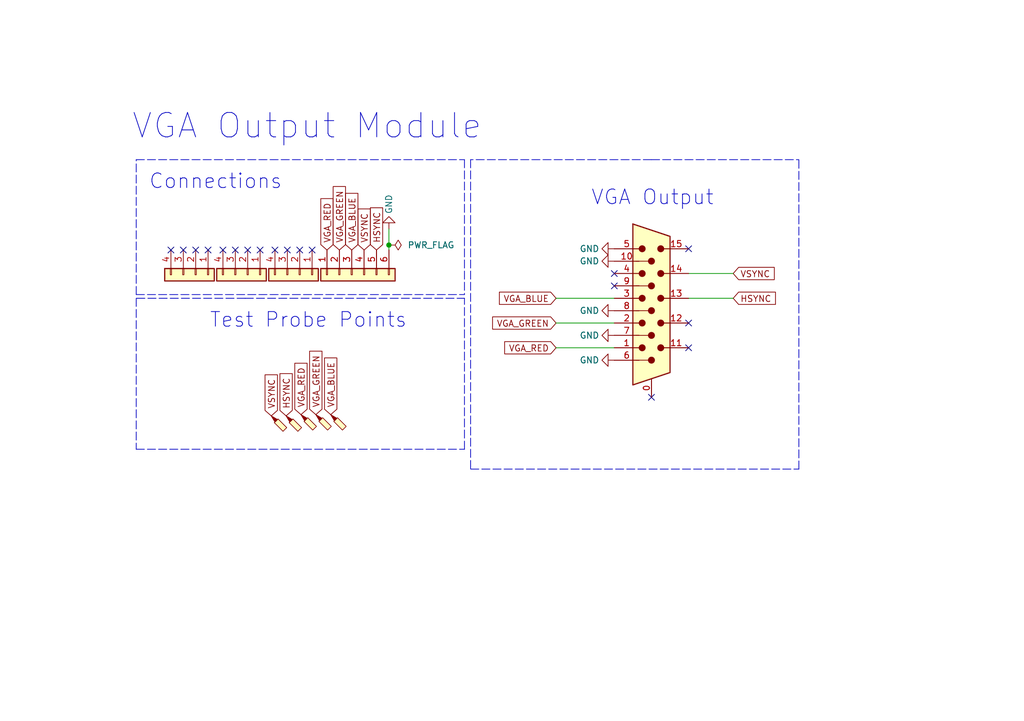
<source format=kicad_sch>
(kicad_sch (version 20211123) (generator eeschema)
  (paper "A5")
  (lib_symbols
    (symbol "Connector:DB15_Male_HighDensity_MountingHoles" (pin_names (offset 1.016) hide)
      (property "Reference" "J" (at 0 21.59 0))
      (property "Value" "DB15_Male_HighDensity_MountingHoles" (at 0 19.05 0))
      (symbol "DB15_Male_HighDensity_MountingHoles_0_1"
        (circle (center -1.905 -7.62) (radius 0.635) (fill (type outline)))
        (circle (center -1.905 -2.54) (radius 0.635) (fill (type outline)))
        (circle (center -1.905 2.54) (radius 0.635) (fill (type outline)))
        (circle (center -1.905 7.62) (radius 0.635) (fill (type outline)))
        (circle (center -1.905 12.7) (radius 0.635) (fill (type outline)))
        (circle (center 0 -10.16) (radius 0.635) (fill (type outline)))
        (circle (center 0 -5.08) (radius 0.635) (fill (type outline)))
        (polyline (pts (xy -3.175 -5.08) (xy -0.635 -5.08)))
        (polyline (pts (xy -0.635 -10.16) (xy -3.175 -10.16)))
        (polyline (pts (xy -0.635 0) (xy -3.175 0)))
        (polyline (pts (xy -0.635 5.08) (xy -3.175 5.08)))
        (polyline (pts (xy -0.635 10.16) (xy -3.175 10.16)))
        (polyline (pts (xy -3.81 17.78) (xy -3.81 -15.24) (xy 3.81 -12.7) (xy 3.81 15.24) (xy -3.81 17.78)) (stroke (width 0.254)) (fill (type background)))
        (circle (center 0 0) (radius 0.635) (fill (type outline)))
        (circle (center 0 5.08) (radius 0.635) (fill (type outline)))
        (circle (center 0 10.16) (radius 0.635) (fill (type outline)))
        (circle (center 1.905 -7.62) (radius 0.635) (fill (type outline)))
        (circle (center 1.905 -2.54) (radius 0.635) (fill (type outline)))
        (circle (center 1.905 2.54) (radius 0.635) (fill (type outline)))
        (circle (center 1.905 7.62) (radius 0.635) (fill (type outline)))
        (circle (center 1.905 12.7) (radius 0.635) (fill (type outline)))
      )
      (symbol "DB15_Male_HighDensity_MountingHoles_1_1"
        (pin passive line (at 0 -17.78 90) (length 3.81) (name "~") (number "0"))
        (pin passive line (at -7.62 -7.62 0) (length 5.08) (name "~") (number "1"))
        (pin passive line (at -7.62 10.16 0) (length 5.08) (name "~") (number "10"))
        (pin passive line (at 7.62 -7.62 180) (length 5.08) (name "~") (number "11"))
        (pin passive line (at 7.62 -2.54 180) (length 5.08) (name "~") (number "12"))
        (pin passive line (at 7.62 2.54 180) (length 5.08) (name "~") (number "13"))
        (pin passive line (at 7.62 7.62 180) (length 5.08) (name "~") (number "14"))
        (pin passive line (at 7.62 12.7 180) (length 5.08) (name "~") (number "15"))
        (pin passive line (at -7.62 -2.54 0) (length 5.08) (name "~") (number "2"))
        (pin passive line (at -7.62 2.54 0) (length 5.08) (name "~") (number "3"))
        (pin passive line (at -7.62 7.62 0) (length 5.08) (name "~") (number "4"))
        (pin passive line (at -7.62 12.7 0) (length 5.08) (name "~") (number "5"))
        (pin passive line (at -7.62 -10.16 0) (length 5.08) (name "~") (number "6"))
        (pin passive line (at -7.62 -5.08 0) (length 5.08) (name "~") (number "7"))
        (pin passive line (at -7.62 0 0) (length 5.08) (name "~") (number "8"))
        (pin passive line (at -7.62 5.08 0) (length 5.08) (name "~") (number "9"))
      )
    )
    (symbol "Connector:TestPoint_Probe" (pin_numbers hide) (pin_names (offset 0.762) hide)
      (property "Reference" "TP" (at 1.651 5.842 0))
      (property "Value" "TestPoint_Probe" (at 1.651 4.064 0))
      (symbol "TestPoint_Probe_0_1"
        (polyline (pts (xy 1.27 0.762) (xy 0 0) (xy 0.762 1.27) (xy 1.27 0.762)) (fill (type outline)))
        (polyline (pts (xy 1.397 0.635) (xy 0.635 1.397) (xy 2.413 3.175) (xy 3.175 2.413) (xy 1.397 0.635)) (fill (type background)))
      )
      (symbol "TestPoint_Probe_1_1"
        (pin passive line (at 0 0 90) (length 0) (name "1") (number "1"))
      )
    )
    (symbol "Connector_Generic:Conn_01x04" (pin_names (offset 1.016) hide)
      (property "Reference" "J" (at 0 5.08 0))
      (property "Value" "Conn_01x04" (at 0 -7.62 0))
      (symbol "Conn_01x04_1_1"
        (rectangle (start -1.27 -4.953) (end 0 -5.207) (stroke (width 0.1524)))
        (rectangle (start -1.27 -2.413) (end 0 -2.667) (stroke (width 0.1524)))
        (rectangle (start -1.27 0.127) (end 0 -0.127) (stroke (width 0.1524)))
        (rectangle (start -1.27 2.667) (end 0 2.413) (stroke (width 0.1524)))
        (rectangle (start -1.27 3.81) (end 1.27 -6.35) (stroke (width 0.254)) (fill (type background)))
        (pin passive line (at -5.08 2.54 0) (length 3.81) (name "Pin_1") (number "1"))
        (pin passive line (at -5.08 0 0) (length 3.81) (name "Pin_2") (number "2"))
        (pin passive line (at -5.08 -2.54 0) (length 3.81) (name "Pin_3") (number "3"))
        (pin passive line (at -5.08 -5.08 0) (length 3.81) (name "Pin_4") (number "4"))
      )
    )
    (symbol "Connector_Generic:Conn_01x06" (pin_names (offset 1.016) hide)
      (property "Reference" "J" (at 0 7.62 0))
      (property "Value" "Conn_01x06" (at 0 -10.16 0))
      (symbol "Conn_01x06_1_1"
        (rectangle (start -1.27 -7.493) (end 0 -7.747) (stroke (width 0.1524)))
        (rectangle (start -1.27 -4.953) (end 0 -5.207) (stroke (width 0.1524)))
        (rectangle (start -1.27 -2.413) (end 0 -2.667) (stroke (width 0.1524)))
        (rectangle (start -1.27 0.127) (end 0 -0.127) (stroke (width 0.1524)))
        (rectangle (start -1.27 2.667) (end 0 2.413) (stroke (width 0.1524)))
        (rectangle (start -1.27 5.207) (end 0 4.953) (stroke (width 0.1524)))
        (rectangle (start -1.27 6.35) (end 1.27 -8.89) (stroke (width 0.254)) (fill (type background)))
        (pin passive line (at -5.08 5.08 0) (length 3.81) (name "Pin_1") (number "1"))
        (pin passive line (at -5.08 2.54 0) (length 3.81) (name "Pin_2") (number "2"))
        (pin passive line (at -5.08 0 0) (length 3.81) (name "Pin_3") (number "3"))
        (pin passive line (at -5.08 -2.54 0) (length 3.81) (name "Pin_4") (number "4"))
        (pin passive line (at -5.08 -5.08 0) (length 3.81) (name "Pin_5") (number "5"))
        (pin passive line (at -5.08 -7.62 0) (length 3.81) (name "Pin_6") (number "6"))
      )
    )
    (symbol "power:GND" (power) (pin_names (offset 0))
      (property "Value" "GND" (at 0 -3.81 0))
      (symbol "GND_0_1"
        (polyline (pts (xy 0 0) (xy 0 -1.27) (xy 1.27 -1.27) (xy 0 -2.54) (xy -1.27 -1.27) (xy 0 -1.27)))
      )
      (symbol "GND_1_1"
        (pin power_in line (at 0 0 270) (length 0) hide (name "GND") (number "1"))
      )
    )
    (symbol "power:PWR_FLAG" (power) (pin_numbers hide) (pin_names (offset 0) hide)
      (property "Value" "PWR_FLAG" (at 0 3.81 0))
      (symbol "PWR_FLAG_0_0"
        (pin power_out line (at 0 0 90) (length 0) (name "pwr") (number "1"))
      )
      (symbol "PWR_FLAG_0_1"
        (polyline (pts (xy 0 0) (xy 0 1.27) (xy -1.016 1.905) (xy 0 2.54) (xy 1.016 1.905) (xy 0 1.27)))
      )
    )
  )
  (junction (at 79.756 50.292))
  (no_connect (at 56.388 51.308))
  (no_connect (at 125.984 56.134))
  (no_connect (at 125.984 58.674))
  (no_connect (at 64.008 51.308))
  (no_connect (at 58.928 51.308))
  (no_connect (at 48.26 51.308))
  (no_connect (at 53.34 51.308))
  (no_connect (at 50.8 51.308))
  (no_connect (at 45.72 51.308))
  (no_connect (at 133.604 81.534))
  (no_connect (at 141.224 66.294))
  (no_connect (at 141.224 71.374))
  (no_connect (at 37.592 51.308))
  (no_connect (at 35.052 51.308))
  (no_connect (at 61.468 51.308))
  (no_connect (at 141.224 51.054))
  (no_connect (at 40.132 51.308))
  (no_connect (at 42.672 51.308))
  (polyline (pts (xy 27.94 60.452) (xy 95.25 60.452)))
  (polyline (pts (xy 96.52 96.266) (xy 163.83 96.266)))
  (wire (pts (xy 79.756 46.99) (xy 79.756 50.292)))
  (polyline (pts (xy 50.292 61.214) (xy 95.25 61.214)))
  (wire (pts (xy 141.224 56.134) (xy 150.368 56.134)))
  (polyline (pts (xy 27.94 60.452) (xy 27.94 32.766)))
  (polyline (pts (xy 95.25 92.202) (xy 95.25 61.214)))
  (wire (pts (xy 141.224 61.214) (xy 150.368 61.214)))
  (polyline (pts (xy 27.94 61.214) (xy 27.94 92.202)))
  (wire (pts (xy 114.046 66.294) (xy 125.984 66.294)))
  (polyline (pts (xy 95.25 32.766) (xy 95.25 60.452)))
  (polyline (pts (xy 96.52 32.766) (xy 96.52 96.266)))
  (polyline (pts (xy 27.94 92.202) (xy 95.25 92.202)))
  (wire (pts (xy 114.046 61.214) (xy 125.984 61.214)))
  (polyline (pts (xy 50.292 61.214) (xy 27.94 61.214)))
  (polyline (pts (xy 27.94 32.766) (xy 95.25 32.766)))
  (polyline (pts (xy 133.604 32.766) (xy 96.52 32.766)))
  (polyline (pts (xy 133.604 32.766) (xy 163.83 32.766)))
  (wire (pts (xy 114.046 71.374) (xy 125.984 71.374)))
  (wire (pts (xy 79.756 50.292) (xy 79.756 51.308)))
  (polyline (pts (xy 163.83 96.266) (xy 163.83 32.766)))
  (text "VGA Output" (at 121.158 42.418 0) (effects (font (size 3 3)) (justify left bottom)))
  (text "Test Probe Points" (at 42.926 67.564 0) (effects (font (size 3 3)) (justify left bottom)))
  (text "Connections" (at 30.48 39.116 0) (effects (font (size 3 3)) (justify left bottom)))
  (text "VGA Output Module" (at 26.924 28.956 0) (effects (font (size 5 5)) (justify left bottom)))
  (global_label "VGA_RED" (shape input) (at 67.056 51.308 90) (property "Intersheet References" "${INTERSHEET_REFS}" (effects hide)))
  (global_label "HSYNC" (shape input) (at 58.674 85.344 90) (property "Intersheet References" "${INTERSHEET_REFS}" (effects hide)))
  (global_label "VGA_GREEN" (shape input) (at 64.77 85.09 90) (property "Intersheet References" "${INTERSHEET_REFS}" (effects hide)))
  (global_label "VSYNC" (shape input) (at 55.626 85.344 90) (property "Intersheet References" "${INTERSHEET_REFS}" (effects hide)))
  (global_label "VGA_BLUE" (shape input) (at 67.818 85.09 90) (property "Intersheet References" "${INTERSHEET_REFS}" (effects hide)))
  (global_label "VGA_GREEN" (shape input) (at 114.046 66.294 180) (property "Intersheet References" "${INTERSHEET_REFS}" (effects hide)))
  (global_label "VGA_RED" (shape input) (at 61.722 85.09 90) (property "Intersheet References" "${INTERSHEET_REFS}" (effects hide)))
  (global_label "HSYNC" (shape input) (at 150.368 61.214 0) (property "Intersheet References" "${INTERSHEET_REFS}" (effects hide)))
  (global_label "VGA_BLUE" (shape input) (at 114.046 61.214 180) (property "Intersheet References" "${INTERSHEET_REFS}" (effects hide)))
  (global_label "VGA_GREEN" (shape input) (at 69.596 51.308 90) (property "Intersheet References" "${INTERSHEET_REFS}" (effects hide)))
  (global_label "VSYNC" (shape input) (at 150.368 56.134 0) (property "Intersheet References" "${INTERSHEET_REFS}" (effects hide)))
  (global_label "VGA_BLUE" (shape input) (at 72.136 51.308 90) (property "Intersheet References" "${INTERSHEET_REFS}" (effects hide)))
  (global_label "HSYNC" (shape input) (at 77.216 51.308 90) (property "Intersheet References" "${INTERSHEET_REFS}" (effects hide)))
  (global_label "VGA_RED" (shape input) (at 114.046 71.374 180) (property "Intersheet References" "${INTERSHEET_REFS}" (effects hide)))
  (global_label "VSYNC" (shape input) (at 74.676 51.308 90) (property "Intersheet References" "${INTERSHEET_REFS}" (effects hide)))
  (symbol (lib_id "power:GND") (at 79.756 46.99 180) (unit 1)
    (property "Reference" "#PWR04" (effects hide))
    (property "Value" "GND" (at 79.756 41.91 90))
  )
  (symbol (lib_id "power:GND") (at 125.984 63.754 270) (unit 1)
    (property "Reference" "#PWR07" (effects hide))
    (property "Value" "GND" (at 122.936 63.754 90) (effects (justify right)))
  )
  (symbol (lib_id "power:GND") (at 125.984 51.054 270) (unit 1)
    (property "Reference" "#PWR05" (effects hide))
    (property "Value" "GND" (at 122.936 51.054 90) (effects (justify right)))
  )
  (symbol (lib_id "Connector:TestPoint_Probe") (at 61.722 85.09 270) (unit 1)
    (property "Reference" "TP3" (effects hide))
    (property "Value" "TestPoint_Probe" (effects hide))
    (property "Footprint" "TestPoint:TestPoint_Pad_D3.0mm" (effects hide))
  )
  (symbol (lib_id "Connector_Generic:Conn_01x06") (at 72.136 56.388 90) (mirror x) (unit 1)
    (property "Reference" "J3" (effects hide))
    (property "Value" "Conn_01x06" (effects hide))
    (property "Footprint" "Connector_PinHeader_2.54mm:PinHeader_1x06_P2.54mm_Vertical" (effects hide))
  )
  (symbol (lib_id "Connector:TestPoint_Probe") (at 67.818 85.09 270) (unit 1)
    (property "Reference" "TP1" (effects hide))
    (property "Value" "TestPoint_Probe" (effects hide))
    (property "Footprint" "TestPoint:TestPoint_Pad_D3.0mm" (effects hide))
  )
  (symbol (lib_id "Connector:TestPoint_Probe") (at 58.674 85.344 270) (unit 1)
    (property "Reference" "TP4" (effects hide))
    (property "Value" "TestPoint_Probe" (effects hide))
    (property "Footprint" "TestPoint:TestPoint_Pad_D3.0mm" (effects hide))
  )
  (symbol (lib_id "Connector_Generic:Conn_01x04") (at 40.132 56.388 270) (unit 1)
    (property "Reference" "J5" (effects hide))
    (property "Value" "Conn_01x04" (effects hide))
    (property "Footprint" "Connector_PinHeader_2.54mm:PinHeader_1x04_P2.54mm_Vertical" (effects hide))
  )
  (symbol (lib_id "power:GND") (at 125.984 53.594 270) (unit 1)
    (property "Reference" "#PWR06" (effects hide))
    (property "Value" "GND" (at 122.936 53.594 90) (effects (justify right)))
  )
  (symbol (lib_id "power:GND") (at 125.984 73.914 270) (unit 1)
    (property "Reference" "#PWR09" (effects hide))
    (property "Value" "GND" (at 122.936 73.914 90) (effects (justify right)))
  )
  (symbol (lib_id "Connector_Generic:Conn_01x04") (at 50.8 56.388 270) (unit 1)
    (property "Reference" "J4" (effects hide))
    (property "Value" "Conn_01x04" (effects hide))
    (property "Footprint" "Connector_PinHeader_2.54mm:PinHeader_1x04_P2.54mm_Vertical" (effects hide))
  )
  (symbol (lib_id "Connector:TestPoint_Probe") (at 64.77 85.09 270) (unit 1)
    (property "Reference" "TP2" (effects hide))
    (property "Value" "TestPoint_Probe" (effects hide))
    (property "Footprint" "TestPoint:TestPoint_Pad_D3.0mm" (effects hide))
  )
  (symbol (lib_id "Connector:DB15_Male_HighDensity_MountingHoles") (at 133.604 63.754 0) (unit 1)
    (property "Reference" "J1" (effects hide))
    (property "Value" "DB15_Male_HighDensity_MountingHoles" (effects hide))
    (property "Footprint" "Connector_Dsub:DSUB-15-HD_Female_Horizontal_P2.29x1.98mm_EdgePinOffset8.35mm_Housed_MountingHolesOffset10.89mm" (effects hide))
    (property "Datasheet" " ~" (effects hide))
  )
  (symbol (lib_id "power:PWR_FLAG") (at 79.756 50.292 270) (unit 1)
    (property "Reference" "#FLG01" (effects hide))
    (property "Value" "PWR_FLAG" (at 83.566 50.2919 90) (effects (justify left)))
  )
  (symbol (lib_id "Connector:TestPoint_Probe") (at 55.626 85.344 270) (unit 1)
    (property "Reference" "TP5" (effects hide))
    (property "Value" "TestPoint_Probe" (effects hide))
    (property "Footprint" "TestPoint:TestPoint_Pad_D3.0mm" (effects hide))
  )
  (symbol (lib_id "power:GND") (at 125.984 68.834 270) (unit 1)
    (property "Reference" "#PWR08" (effects hide))
    (property "Value" "GND" (at 122.936 68.834 90) (effects (justify right)))
  )
  (symbol (lib_id "Connector_Generic:Conn_01x04") (at 61.468 56.388 270) (unit 1)
    (property "Reference" "J2" (effects hide))
    (property "Value" "Conn_01x04" (effects hide))
    (property "Footprint" "Connector_PinHeader_2.54mm:PinHeader_1x04_P2.54mm_Vertical" (effects hide))
  )
)
</source>
